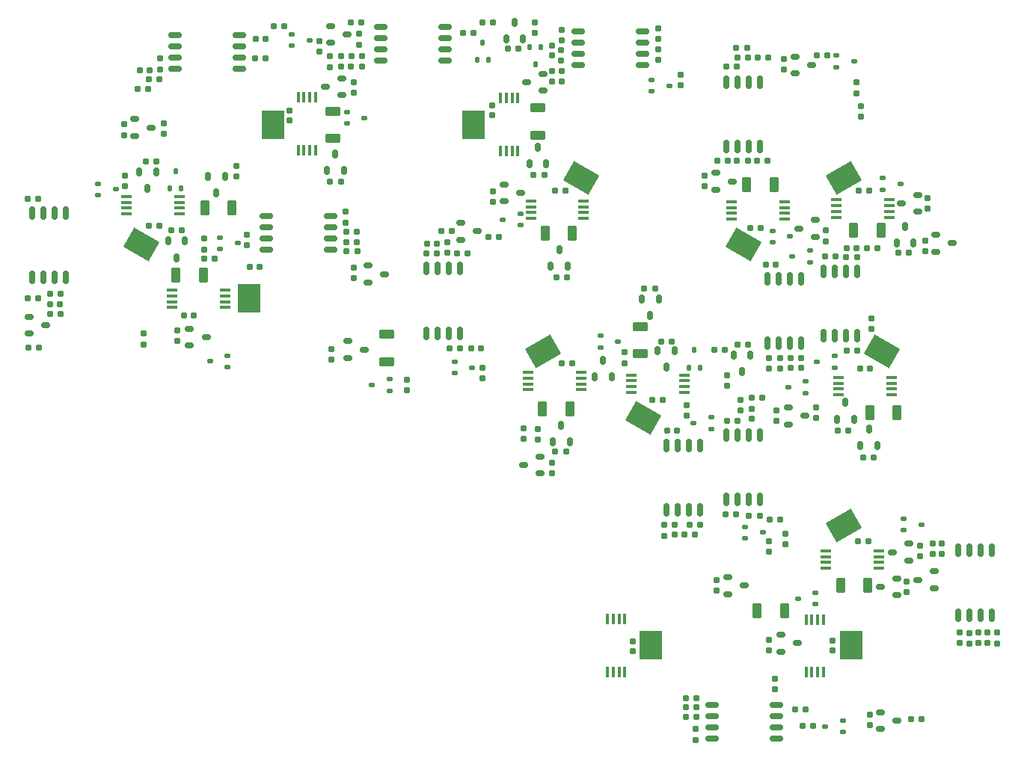
<source format=gtp>
%TF.GenerationSoftware,KiCad,Pcbnew,8.0.2*%
%TF.CreationDate,2024-05-22T08:13:53-07:00*%
%TF.ProjectId,cell string,63656c6c-2073-4747-9269-6e672e6b6963,rev?*%
%TF.SameCoordinates,Original*%
%TF.FileFunction,Paste,Top*%
%TF.FilePolarity,Positive*%
%FSLAX46Y46*%
G04 Gerber Fmt 4.6, Leading zero omitted, Abs format (unit mm)*
G04 Created by KiCad (PCBNEW 8.0.2) date 2024-05-22 08:13:53*
%MOMM*%
%LPD*%
G01*
G04 APERTURE LIST*
G04 Aperture macros list*
%AMRoundRect*
0 Rectangle with rounded corners*
0 $1 Rounding radius*
0 $2 $3 $4 $5 $6 $7 $8 $9 X,Y pos of 4 corners*
0 Add a 4 corners polygon primitive as box body*
4,1,4,$2,$3,$4,$5,$6,$7,$8,$9,$2,$3,0*
0 Add four circle primitives for the rounded corners*
1,1,$1+$1,$2,$3*
1,1,$1+$1,$4,$5*
1,1,$1+$1,$6,$7*
1,1,$1+$1,$8,$9*
0 Add four rect primitives between the rounded corners*
20,1,$1+$1,$2,$3,$4,$5,0*
20,1,$1+$1,$4,$5,$6,$7,0*
20,1,$1+$1,$6,$7,$8,$9,0*
20,1,$1+$1,$8,$9,$2,$3,0*%
%AMRotRect*
0 Rectangle, with rotation*
0 The origin of the aperture is its center*
0 $1 length*
0 $2 width*
0 $3 Rotation angle, in degrees counterclockwise*
0 Add horizontal line*
21,1,$1,$2,0,0,$3*%
G04 Aperture macros list end*
%ADD10RoundRect,0.160000X-0.197500X-0.160000X0.197500X-0.160000X0.197500X0.160000X-0.197500X0.160000X0*%
%ADD11RoundRect,0.150000X-0.350000X-0.150000X0.350000X-0.150000X0.350000X0.150000X-0.350000X0.150000X0*%
%ADD12RoundRect,0.160000X-0.160000X0.197500X-0.160000X-0.197500X0.160000X-0.197500X0.160000X0.197500X0*%
%ADD13RoundRect,0.160000X0.197500X0.160000X-0.197500X0.160000X-0.197500X-0.160000X0.197500X-0.160000X0*%
%ADD14RoundRect,0.192308X-0.682692X0.307692X-0.682692X-0.307692X0.682692X-0.307692X0.682692X0.307692X0*%
%ADD15RoundRect,0.112500X-0.237500X0.112500X-0.237500X-0.112500X0.237500X-0.112500X0.237500X0.112500X0*%
%ADD16RoundRect,0.155000X-0.212500X-0.155000X0.212500X-0.155000X0.212500X0.155000X-0.212500X0.155000X0*%
%ADD17RoundRect,0.150000X0.350000X0.150000X-0.350000X0.150000X-0.350000X-0.150000X0.350000X-0.150000X0*%
%ADD18RoundRect,0.160000X0.160000X-0.197500X0.160000X0.197500X-0.160000X0.197500X-0.160000X-0.197500X0*%
%ADD19R,2.500000X3.300000*%
%ADD20RoundRect,0.150000X0.150000X-0.350000X0.150000X0.350000X-0.150000X0.350000X-0.150000X-0.350000X0*%
%ADD21RoundRect,0.192308X0.307692X0.682692X-0.307692X0.682692X-0.307692X-0.682692X0.307692X-0.682692X0*%
%ADD22RoundRect,0.112500X0.237500X-0.112500X0.237500X0.112500X-0.237500X0.112500X-0.237500X-0.112500X0*%
%ADD23RoundRect,0.150000X-0.150000X0.350000X-0.150000X-0.350000X0.150000X-0.350000X0.150000X0.350000X0*%
%ADD24RoundRect,0.192308X-0.307692X-0.682692X0.307692X-0.682692X0.307692X0.682692X-0.307692X0.682692X0*%
%ADD25RotRect,2.500000X3.300000X60.000000*%
%ADD26RoundRect,0.155000X-0.155000X0.212500X-0.155000X-0.212500X0.155000X-0.212500X0.155000X0.212500X0*%
%ADD27RoundRect,0.155000X0.212500X0.155000X-0.212500X0.155000X-0.212500X-0.155000X0.212500X-0.155000X0*%
%ADD28RoundRect,0.162500X0.162500X-0.587500X0.162500X0.587500X-0.162500X0.587500X-0.162500X-0.587500X0*%
%ADD29RoundRect,0.093750X0.531250X0.093750X-0.531250X0.093750X-0.531250X-0.093750X0.531250X-0.093750X0*%
%ADD30RoundRect,0.093750X-0.093750X0.531250X-0.093750X-0.531250X0.093750X-0.531250X0.093750X0.531250X0*%
%ADD31RoundRect,0.162500X-0.587500X-0.162500X0.587500X-0.162500X0.587500X0.162500X-0.587500X0.162500X0*%
%ADD32RoundRect,0.155000X0.155000X-0.212500X0.155000X0.212500X-0.155000X0.212500X-0.155000X-0.212500X0*%
%ADD33RotRect,2.500000X3.300000X300.000000*%
%ADD34RoundRect,0.192308X0.682692X-0.307692X0.682692X0.307692X-0.682692X0.307692X-0.682692X-0.307692X0*%
%ADD35RoundRect,0.112500X-0.112500X-0.237500X0.112500X-0.237500X0.112500X0.237500X-0.112500X0.237500X0*%
%ADD36RoundRect,0.162500X-0.162500X0.587500X-0.162500X-0.587500X0.162500X-0.587500X0.162500X0.587500X0*%
%ADD37RoundRect,0.093750X-0.531250X-0.093750X0.531250X-0.093750X0.531250X0.093750X-0.531250X0.093750X0*%
%ADD38RoundRect,0.093750X0.093750X-0.531250X0.093750X0.531250X-0.093750X0.531250X-0.093750X-0.531250X0*%
%ADD39RotRect,2.500000X3.300000X240.000000*%
%ADD40RoundRect,0.112500X0.112500X0.237500X-0.112500X0.237500X-0.112500X-0.237500X0.112500X-0.237500X0*%
%ADD41RoundRect,0.162500X0.587500X0.162500X-0.587500X0.162500X-0.587500X-0.162500X0.587500X-0.162500X0*%
G04 APERTURE END LIST*
D10*
%TO.C,R89*%
X94452498Y-156230002D03*
X95647498Y-156230002D03*
%TD*%
D11*
%TO.C,Q15*%
X60862500Y-162150000D03*
X60862500Y-164050000D03*
X62737500Y-163100000D03*
%TD*%
D12*
%TO.C,R78*%
X126550000Y-145942500D03*
X126550000Y-147137500D03*
%TD*%
D13*
%TO.C,R32*%
X62447500Y-126050000D03*
X61252500Y-126050000D03*
%TD*%
D10*
%TO.C,R37*%
X60102500Y-129900000D03*
X61297500Y-129900000D03*
%TD*%
D14*
%TO.C,R30*%
X65275000Y-161350000D03*
X65275000Y-164450000D03*
%TD*%
D15*
%TO.C,Q34*%
X121440000Y-143700000D03*
X121440000Y-145000000D03*
X123440000Y-144350000D03*
%TD*%
D16*
%TO.C,C27*%
X108222500Y-153480000D03*
X109357500Y-153480000D03*
%TD*%
D13*
%TO.C,R105*%
X107507500Y-181890000D03*
X106312500Y-181890000D03*
%TD*%
D11*
%TO.C,Q3*%
X42972500Y-160760000D03*
X42972500Y-162660000D03*
X44847500Y-161710000D03*
%TD*%
D17*
%TO.C,Q33*%
X113778750Y-150330000D03*
X113778750Y-148430000D03*
X111903750Y-149380000D03*
%TD*%
D18*
%TO.C,R62*%
X110268750Y-131357500D03*
X110268750Y-130162500D03*
%TD*%
D19*
%TO.C,BT13*%
X95150000Y-196600000D03*
%TD*%
D20*
%TO.C,Q30*%
X81450000Y-142087500D03*
X83350000Y-142087500D03*
X82400000Y-140212500D03*
%TD*%
D21*
%TO.C,R80*%
X121220000Y-149590000D03*
X118120000Y-149590000D03*
%TD*%
D12*
%TO.C,R13*%
X40050000Y-137502500D03*
X40050000Y-138697500D03*
%TD*%
D13*
%TO.C,R26*%
X61957500Y-151980000D03*
X60762500Y-151980000D03*
%TD*%
D16*
%TO.C,C21*%
X118732500Y-145110000D03*
X119867500Y-145110000D03*
%TD*%
D22*
%TO.C,Q59*%
X113850000Y-191960000D03*
X113850000Y-190660000D03*
X111850000Y-191310000D03*
%TD*%
D18*
%TO.C,R113*%
X110440000Y-185157500D03*
X110440000Y-183962500D03*
%TD*%
D20*
%TO.C,Q53*%
X116270000Y-170967500D03*
X118170000Y-170967500D03*
X117220000Y-169092500D03*
%TD*%
D10*
%TO.C,R97*%
X99022500Y-184070000D03*
X100217500Y-184070000D03*
%TD*%
D23*
%TO.C,Q10*%
X46980000Y-143492500D03*
X45080000Y-143492500D03*
X46030000Y-145367500D03*
%TD*%
D24*
%TO.C,R50*%
X83220000Y-149920000D03*
X86320000Y-149920000D03*
%TD*%
D13*
%TO.C,R45*%
X73627500Y-162950000D03*
X72432500Y-162950000D03*
%TD*%
D18*
%TO.C,R104*%
X108600000Y-186027500D03*
X108600000Y-184832500D03*
%TD*%
D16*
%TO.C,C3*%
X38402500Y-149070000D03*
X39537500Y-149070000D03*
%TD*%
D25*
%TO.C,BT8*%
X105650000Y-151217822D03*
%TD*%
D10*
%TO.C,R123*%
X99142500Y-202560000D03*
X100337500Y-202560000D03*
%TD*%
D13*
%TO.C,R77*%
X118507500Y-152600000D03*
X117312500Y-152600000D03*
%TD*%
D16*
%TO.C,C30*%
X97012500Y-172250000D03*
X98147500Y-172250000D03*
%TD*%
D12*
%TO.C,R55*%
X96069884Y-129089533D03*
X96069884Y-130284533D03*
%TD*%
D10*
%TO.C,R88*%
X96342500Y-162170000D03*
X97537500Y-162170000D03*
%TD*%
D12*
%TO.C,R111*%
X134370000Y-195172500D03*
X134370000Y-196367500D03*
%TD*%
D13*
%TO.C,R67*%
X106067500Y-128890000D03*
X104872500Y-128890000D03*
%TD*%
%TO.C,R74*%
X104857500Y-181760000D03*
X103662500Y-181760000D03*
%TD*%
%TO.C,R66*%
X108477500Y-129990000D03*
X107282500Y-129990000D03*
%TD*%
D18*
%TO.C,R21*%
X60680000Y-148697500D03*
X60680000Y-147502500D03*
%TD*%
D12*
%TO.C,R118*%
X125620000Y-185342500D03*
X125620000Y-186537500D03*
%TD*%
D15*
%TO.C,Q12*%
X46430000Y-150400000D03*
X46430000Y-151700000D03*
X48430000Y-151050000D03*
%TD*%
D26*
%TO.C,C35*%
X132250000Y-195162500D03*
X132250000Y-196297500D03*
%TD*%
D16*
%TO.C,C11*%
X60122500Y-131060000D03*
X61257500Y-131060000D03*
%TD*%
D20*
%TO.C,Q25*%
X83870000Y-153637500D03*
X85770000Y-153637500D03*
X84820000Y-151762500D03*
%TD*%
D26*
%TO.C,C29*%
X97870000Y-182902500D03*
X97870000Y-184037500D03*
%TD*%
D18*
%TO.C,R96*%
X96710000Y-184177500D03*
X96710000Y-182982500D03*
%TD*%
D27*
%TO.C,C28*%
X96507500Y-168800000D03*
X95372500Y-168800000D03*
%TD*%
D13*
%TO.C,R84*%
X103887500Y-141740000D03*
X102692500Y-141740000D03*
%TD*%
D28*
%TO.C,U1*%
X25190000Y-154941250D03*
X26460000Y-154941250D03*
X27730000Y-154941250D03*
X29000000Y-154941250D03*
X29000000Y-147641250D03*
X27730000Y-147641250D03*
X26460000Y-147641250D03*
X25190000Y-147641250D03*
%TD*%
D12*
%TO.C,R38*%
X61600000Y-132802500D03*
X61600000Y-133997500D03*
%TD*%
D13*
%TO.C,R53*%
X77297500Y-126050000D03*
X76102500Y-126050000D03*
%TD*%
D16*
%TO.C,C4*%
X50482500Y-127950000D03*
X51617500Y-127950000D03*
%TD*%
D10*
%TO.C,R18*%
X37992500Y-141780000D03*
X39187500Y-141780000D03*
%TD*%
D22*
%TO.C,Q39*%
X115990000Y-165130000D03*
X115990000Y-163830000D03*
X113990000Y-164480000D03*
%TD*%
D20*
%TO.C,Q55*%
X118930000Y-173998750D03*
X120830000Y-173998750D03*
X119880000Y-172123750D03*
%TD*%
D29*
%TO.C,U2*%
X41847000Y-147732500D03*
X41847000Y-147082500D03*
X41847000Y-146432500D03*
X41847000Y-145782500D03*
X35847000Y-145782500D03*
X35847000Y-146432500D03*
X35847000Y-147082500D03*
X35847000Y-147732500D03*
%TD*%
D18*
%TO.C,R116*%
X131270000Y-196407500D03*
X131270000Y-195212500D03*
%TD*%
D16*
%TO.C,C24*%
X118882500Y-165270000D03*
X120017500Y-165270000D03*
%TD*%
D11*
%TO.C,Q36*%
X127412500Y-150110000D03*
X127412500Y-152010000D03*
X129287500Y-151060000D03*
%TD*%
D13*
%TO.C,R76*%
X120847500Y-151600000D03*
X119652500Y-151600000D03*
%TD*%
D24*
%TO.C,R70*%
X106040000Y-144400000D03*
X109140000Y-144400000D03*
%TD*%
D10*
%TO.C,R114*%
X112392500Y-205680000D03*
X113587500Y-205680000D03*
%TD*%
D12*
%TO.C,R31*%
X62460000Y-129872500D03*
X62460000Y-131067500D03*
%TD*%
D10*
%TO.C,R43*%
X76792500Y-150360000D03*
X77987500Y-150360000D03*
%TD*%
D22*
%TO.C,Q37*%
X112750000Y-168030000D03*
X112750000Y-166730000D03*
X110750000Y-167380000D03*
%TD*%
D12*
%TO.C,R94*%
X99240000Y-169362500D03*
X99240000Y-170557500D03*
%TD*%
D30*
%TO.C,U26*%
X92255000Y-193650000D03*
X91605000Y-193650000D03*
X90955000Y-193650000D03*
X90305000Y-193650000D03*
X90305000Y-199650000D03*
X90955000Y-199650000D03*
X91605000Y-199650000D03*
X92255000Y-199650000D03*
%TD*%
D16*
%TO.C,C5*%
X37332500Y-131430000D03*
X38467500Y-131430000D03*
%TD*%
D29*
%TO.C,U14*%
X122150000Y-148105000D03*
X122150000Y-147455000D03*
X122150000Y-146805000D03*
X122150000Y-146155000D03*
X116150000Y-146155000D03*
X116150000Y-146805000D03*
X116150000Y-147455000D03*
X116150000Y-148105000D03*
%TD*%
D13*
%TO.C,R61*%
X104927500Y-131060000D03*
X103732500Y-131060000D03*
%TD*%
D15*
%TO.C,Q7*%
X54550000Y-127400000D03*
X54550000Y-128700000D03*
X56550000Y-128050000D03*
%TD*%
D16*
%TO.C,C8*%
X60732500Y-150900000D03*
X61867500Y-150900000D03*
%TD*%
D13*
%TO.C,R59*%
X83117500Y-143320000D03*
X81922500Y-143320000D03*
%TD*%
%TO.C,R49*%
X85687500Y-154880000D03*
X84492500Y-154880000D03*
%TD*%
D31*
%TO.C,U25*%
X102130000Y-203375000D03*
X102130000Y-204645000D03*
X102130000Y-205915000D03*
X102130000Y-207185000D03*
X109430000Y-207185000D03*
X109430000Y-205915000D03*
X109430000Y-204645000D03*
X109430000Y-203375000D03*
%TD*%
D15*
%TO.C,Q22*%
X72980000Y-164490000D03*
X72980000Y-165790000D03*
X74980000Y-165140000D03*
%TD*%
D11*
%TO.C,Q51*%
X110732500Y-169670000D03*
X110732500Y-171570000D03*
X112607500Y-170620000D03*
%TD*%
D32*
%TO.C,C32*%
X106620000Y-170917500D03*
X106620000Y-169782500D03*
%TD*%
D31*
%TO.C,U11*%
X86929884Y-127032033D03*
X86929884Y-128302033D03*
X86929884Y-129572033D03*
X86929884Y-130842033D03*
X94229884Y-130842033D03*
X94229884Y-129572033D03*
X94229884Y-128302033D03*
X94229884Y-127032033D03*
%TD*%
D18*
%TO.C,R69*%
X101238750Y-144607500D03*
X101238750Y-143412500D03*
%TD*%
D24*
%TO.C,R10*%
X41425000Y-154650000D03*
X44525000Y-154650000D03*
%TD*%
D33*
%TO.C,BT11*%
X117000000Y-183002178D03*
%TD*%
D22*
%TO.C,Q57*%
X116900000Y-206420000D03*
X116900000Y-205120000D03*
X114900000Y-205770000D03*
%TD*%
D15*
%TO.C,Q32*%
X116200001Y-129800000D03*
X116200000Y-131100001D03*
X118200000Y-130450000D03*
%TD*%
D18*
%TO.C,R14*%
X57650000Y-129357500D03*
X57650000Y-128162500D03*
%TD*%
D12*
%TO.C,R35*%
X58890000Y-129892500D03*
X58890000Y-131087500D03*
%TD*%
D10*
%TO.C,R63*%
X113982500Y-129790000D03*
X115177500Y-129790000D03*
%TD*%
D22*
%TO.C,Q47*%
X102000000Y-172080000D03*
X102000000Y-170780000D03*
X100000000Y-171430000D03*
%TD*%
D13*
%TO.C,R75*%
X118547500Y-163180000D03*
X117352500Y-163180000D03*
%TD*%
D33*
%TO.C,BT9*%
X117000000Y-143682178D03*
%TD*%
D34*
%TO.C,R40*%
X59200000Y-139200000D03*
X59200000Y-136100000D03*
%TD*%
D12*
%TO.C,R68*%
X115010000Y-149622500D03*
X115010000Y-150817500D03*
%TD*%
D18*
%TO.C,R44*%
X76140000Y-166357500D03*
X76140000Y-165162500D03*
%TD*%
D20*
%TO.C,Q40*%
X123000000Y-151007500D03*
X124900000Y-151007500D03*
X123950000Y-149132500D03*
%TD*%
D16*
%TO.C,C2*%
X27177500Y-157941250D03*
X28312500Y-157941250D03*
%TD*%
D33*
%TO.C,BT6*%
X82950000Y-163342178D03*
%TD*%
D23*
%TO.C,Q8*%
X39190000Y-142962500D03*
X37290000Y-142962500D03*
X38240000Y-144837500D03*
%TD*%
D11*
%TO.C,Q1*%
X24782500Y-159410000D03*
X24782500Y-161310000D03*
X26657500Y-160360000D03*
%TD*%
D12*
%TO.C,R92*%
X84000000Y-175902502D03*
X84000000Y-177097502D03*
%TD*%
%TO.C,R23*%
X100290000Y-206092500D03*
X100290000Y-207287500D03*
%TD*%
D35*
%TO.C,Q17*%
X75500000Y-130310000D03*
X76800000Y-130310000D03*
X76150000Y-128310000D03*
%TD*%
D15*
%TO.C,Q27*%
X95300000Y-132570000D03*
X95300000Y-133870000D03*
X97300000Y-133220000D03*
%TD*%
D21*
%TO.C,R100*%
X86040000Y-169790000D03*
X82940000Y-169790000D03*
%TD*%
D18*
%TO.C,R107*%
X105310000Y-169977500D03*
X105310000Y-168782500D03*
%TD*%
D15*
%TO.C,Q52*%
X105850000Y-183180000D03*
X105850000Y-184480000D03*
X107850000Y-183830000D03*
%TD*%
D19*
%TO.C,BT12*%
X117850000Y-196600000D03*
%TD*%
D21*
%TO.C,R20*%
X47800000Y-147070000D03*
X44700000Y-147070000D03*
%TD*%
D13*
%TO.C,R71*%
X116087500Y-152580000D03*
X114892500Y-152580000D03*
%TD*%
D26*
%TO.C,C12*%
X77250000Y-135442500D03*
X77250000Y-136577500D03*
%TD*%
D13*
%TO.C,R108*%
X117537500Y-172250000D03*
X116342500Y-172250000D03*
%TD*%
%TO.C,R101*%
X105027500Y-171150000D03*
X103832500Y-171150000D03*
%TD*%
D18*
%TO.C,R102*%
X109370000Y-171157500D03*
X109370000Y-169962500D03*
%TD*%
D11*
%TO.C,Q6*%
X36782500Y-137010000D03*
X36782500Y-138910000D03*
X38657500Y-137960000D03*
%TD*%
D13*
%TO.C,R33*%
X53727500Y-126440000D03*
X52532500Y-126440000D03*
%TD*%
D10*
%TO.C,R91*%
X99602500Y-182950000D03*
X100797500Y-182950000D03*
%TD*%
D25*
%TO.C,BT7*%
X94300000Y-170877822D03*
%TD*%
D23*
%TO.C,Q5*%
X42450000Y-150802500D03*
X40550000Y-150802500D03*
X41500000Y-152677500D03*
%TD*%
D16*
%TO.C,C10*%
X73952500Y-127250000D03*
X75087500Y-127250000D03*
%TD*%
D18*
%TO.C,R12*%
X35600000Y-138797500D03*
X35600000Y-137602500D03*
%TD*%
D13*
%TO.C,R2*%
X25901250Y-162841250D03*
X24706250Y-162841250D03*
%TD*%
D18*
%TO.C,R103*%
X113930000Y-170807500D03*
X113930000Y-169612500D03*
%TD*%
D16*
%TO.C,C19*%
X107232500Y-141750000D03*
X108367500Y-141750000D03*
%TD*%
D10*
%TO.C,R87*%
X111012500Y-165170000D03*
X112207500Y-165170000D03*
%TD*%
D16*
%TO.C,C9*%
X42322500Y-159220000D03*
X43457500Y-159220000D03*
%TD*%
D18*
%TO.C,R98*%
X92190000Y-164617500D03*
X92190000Y-163422500D03*
%TD*%
D29*
%TO.C,U10*%
X87330000Y-167635000D03*
X87330000Y-166985000D03*
X87330000Y-166335000D03*
X87330000Y-165685000D03*
X81330000Y-165685000D03*
X81330000Y-166335000D03*
X81330000Y-166985000D03*
X81330000Y-167635000D03*
%TD*%
D36*
%TO.C,U21*%
X107525000Y-172770000D03*
X106255000Y-172770000D03*
X104985000Y-172770000D03*
X103715000Y-172770000D03*
X103715000Y-180070000D03*
X104985000Y-180070000D03*
X106255000Y-180070000D03*
X107525000Y-180070000D03*
%TD*%
D11*
%TO.C,Q16*%
X58932500Y-126440000D03*
X58932500Y-128340000D03*
X60807500Y-127390000D03*
%TD*%
D18*
%TO.C,R47*%
X72120000Y-152127500D03*
X72120000Y-150932500D03*
%TD*%
D17*
%TO.C,Q28*%
X82967500Y-133790000D03*
X82967500Y-131890000D03*
X81092500Y-132840000D03*
%TD*%
D18*
%TO.C,R126*%
X102630000Y-190417500D03*
X102630000Y-189222500D03*
%TD*%
D37*
%TO.C,U12*%
X81600000Y-146285000D03*
X81600000Y-146935000D03*
X81600000Y-147585000D03*
X81600000Y-148235000D03*
X87600000Y-148235000D03*
X87600000Y-147585000D03*
X87600000Y-146935000D03*
X87600000Y-146285000D03*
%TD*%
D19*
%TO.C,BT3*%
X52400000Y-137620000D03*
%TD*%
D17*
%TO.C,Q58*%
X124397500Y-186990000D03*
X124397500Y-185090000D03*
X122522500Y-186040000D03*
%TD*%
D10*
%TO.C,R121*%
X124662500Y-204990000D03*
X125857500Y-204990000D03*
%TD*%
D26*
%TO.C,C6*%
X54320000Y-136012500D03*
X54320000Y-137147500D03*
%TD*%
D36*
%TO.C,U9*%
X73575000Y-153930000D03*
X72305000Y-153930000D03*
X71035000Y-153930000D03*
X69765000Y-153930000D03*
X69765000Y-161230000D03*
X71035000Y-161230000D03*
X72305000Y-161230000D03*
X73575000Y-161230000D03*
%TD*%
D17*
%TO.C,Q18*%
X60237500Y-134300000D03*
X60237500Y-132400000D03*
X58362500Y-133350000D03*
%TD*%
D20*
%TO.C,Q48*%
X88850000Y-166187500D03*
X90750000Y-166187500D03*
X89800000Y-164312500D03*
%TD*%
D10*
%TO.C,R24*%
X44632500Y-152810000D03*
X45827500Y-152810000D03*
%TD*%
D13*
%TO.C,R124*%
X100337500Y-203620000D03*
X99142500Y-203620000D03*
%TD*%
D27*
%TO.C,C14*%
X70997500Y-151120000D03*
X69862500Y-151120000D03*
%TD*%
D18*
%TO.C,R73*%
X118950000Y-136747500D03*
X118950000Y-135552500D03*
%TD*%
D11*
%TO.C,Q23*%
X78552500Y-144380000D03*
X78552500Y-146280000D03*
X80427500Y-145330000D03*
%TD*%
D18*
%TO.C,R93*%
X80790000Y-173187500D03*
X80790000Y-171992500D03*
%TD*%
%TO.C,R72*%
X126260000Y-151977500D03*
X126260000Y-150782500D03*
%TD*%
D12*
%TO.C,R58*%
X84000000Y-131572500D03*
X84000000Y-132767500D03*
%TD*%
D20*
%TO.C,Q50*%
X84100000Y-173528750D03*
X86000000Y-173528750D03*
X85050000Y-171653750D03*
%TD*%
D38*
%TO.C,U8*%
X78195000Y-140590000D03*
X78845000Y-140590000D03*
X79495000Y-140590000D03*
X80145000Y-140590000D03*
X80145000Y-134590000D03*
X79495000Y-134590000D03*
X78845000Y-134590000D03*
X78195000Y-134590000D03*
%TD*%
D18*
%TO.C,R112*%
X130140000Y-196347500D03*
X130140000Y-195152500D03*
%TD*%
D11*
%TO.C,Q31*%
X111491250Y-129940000D03*
X111491250Y-131840000D03*
X113366250Y-130890000D03*
%TD*%
D10*
%TO.C,R7*%
X27177500Y-159061250D03*
X28372500Y-159061250D03*
%TD*%
D18*
%TO.C,R28*%
X119970000Y-205647500D03*
X119970000Y-204452500D03*
%TD*%
D10*
%TO.C,R6*%
X24642500Y-157251250D03*
X25837500Y-157251250D03*
%TD*%
D12*
%TO.C,R19*%
X48290000Y-142332500D03*
X48290000Y-143527500D03*
%TD*%
D18*
%TO.C,R115*%
X127060000Y-186227500D03*
X127060000Y-185032500D03*
%TD*%
D32*
%TO.C,C34*%
X128120000Y-186217500D03*
X128120000Y-185082500D03*
%TD*%
D34*
%TO.C,R60*%
X82430000Y-138810000D03*
X82430000Y-135710000D03*
%TD*%
D18*
%TO.C,R51*%
X85130000Y-132747500D03*
X85130000Y-131552500D03*
%TD*%
D27*
%TO.C,C20*%
X106147500Y-130030000D03*
X105012500Y-130030000D03*
%TD*%
D36*
%TO.C,U15*%
X118565000Y-154260000D03*
X117295000Y-154260000D03*
X116025000Y-154260000D03*
X114755000Y-154260000D03*
X114755000Y-161560000D03*
X116025000Y-161560000D03*
X117295000Y-161560000D03*
X118565000Y-161560000D03*
%TD*%
D27*
%TO.C,C25*%
X107587500Y-149330000D03*
X106452500Y-149330000D03*
%TD*%
D17*
%TO.C,Q60*%
X123047500Y-190920000D03*
X123047500Y-189020000D03*
X121172500Y-189970000D03*
%TD*%
D12*
%TO.C,R57*%
X85030000Y-129212500D03*
X85030000Y-130407500D03*
%TD*%
D24*
%TO.C,R127*%
X107210000Y-192700000D03*
X110310000Y-192700000D03*
%TD*%
D19*
%TO.C,BT4*%
X75100000Y-137620000D03*
%TD*%
D13*
%TO.C,R34*%
X80167500Y-129000000D03*
X78972500Y-129000000D03*
%TD*%
%TO.C,R109*%
X120427500Y-175290000D03*
X119232500Y-175290000D03*
%TD*%
D12*
%TO.C,R119*%
X124170000Y-189372500D03*
X124170000Y-190567500D03*
%TD*%
D39*
%TO.C,BT5*%
X87300000Y-143682178D03*
%TD*%
D23*
%TO.C,Q41*%
X106440001Y-163682499D03*
X104540001Y-163682499D03*
X105490001Y-165557499D03*
%TD*%
D25*
%TO.C,BT2*%
X37550000Y-151217822D03*
%TD*%
D17*
%TO.C,Q56*%
X127297500Y-190120000D03*
X127297500Y-188220000D03*
X125422500Y-189170000D03*
%TD*%
D16*
%TO.C,C13*%
X74832500Y-163000000D03*
X75967500Y-163000000D03*
%TD*%
D28*
%TO.C,U19*%
X96945000Y-181230000D03*
X98215000Y-181230000D03*
X99485000Y-181230000D03*
X100755000Y-181230000D03*
X100755000Y-173930000D03*
X99485000Y-173930000D03*
X98215000Y-173930000D03*
X96945000Y-173930000D03*
%TD*%
D29*
%TO.C,U22*%
X121000000Y-187845000D03*
X121000000Y-187195000D03*
X121000000Y-186545000D03*
X121000000Y-185895000D03*
X115000000Y-185895000D03*
X115000000Y-186545000D03*
X115000000Y-187195000D03*
X115000000Y-187845000D03*
%TD*%
D31*
%TO.C,U7*%
X64620000Y-126535000D03*
X64620000Y-127805000D03*
X64620000Y-129075000D03*
X64620000Y-130345000D03*
X71920000Y-130345000D03*
X71920000Y-129075000D03*
X71920000Y-127805000D03*
X71920000Y-126535000D03*
%TD*%
D10*
%TO.C,R17*%
X38332500Y-132510000D03*
X39527500Y-132510000D03*
%TD*%
D24*
%TO.C,R110*%
X119950000Y-170270000D03*
X123050000Y-170270000D03*
%TD*%
D12*
%TO.C,R83*%
X103830000Y-166032500D03*
X103830000Y-167227500D03*
%TD*%
D15*
%TO.C,Q2*%
X32640000Y-144320000D03*
X32640000Y-145620000D03*
X34640000Y-144970000D03*
%TD*%
D37*
%TO.C,U20*%
X92983000Y-165987500D03*
X92983000Y-166637500D03*
X92983000Y-167287500D03*
X92983000Y-167937500D03*
X98983000Y-167937500D03*
X98983000Y-167287500D03*
X98983000Y-166637500D03*
X98983000Y-165987500D03*
%TD*%
D12*
%TO.C,R5*%
X44600000Y-150552500D03*
X44600000Y-151747500D03*
%TD*%
D29*
%TO.C,U6*%
X47025000Y-158325000D03*
X47025000Y-157675000D03*
X47025000Y-157025000D03*
X47025000Y-156375000D03*
X41025000Y-156375000D03*
X41025000Y-157025000D03*
X41025000Y-157675000D03*
X41025000Y-158325000D03*
%TD*%
D17*
%TO.C,Q38*%
X125447500Y-147470000D03*
X125447500Y-145570000D03*
X123572500Y-146520000D03*
%TD*%
D16*
%TO.C,C15*%
X85142500Y-164630000D03*
X86277500Y-164630000D03*
%TD*%
D12*
%TO.C,R36*%
X62160000Y-127352500D03*
X62160000Y-128547500D03*
%TD*%
D35*
%TO.C,Q49*%
X99480000Y-165129999D03*
X100780001Y-165130000D03*
X100130000Y-163130000D03*
%TD*%
D18*
%TO.C,R25*%
X49475000Y-151247500D03*
X49475000Y-150052500D03*
%TD*%
D27*
%TO.C,C23*%
X118487500Y-151590000D03*
X117352500Y-151590000D03*
%TD*%
D31*
%TO.C,U3*%
X41300000Y-127465000D03*
X41300000Y-128735000D03*
X41300000Y-130005000D03*
X41300000Y-131275000D03*
X48600000Y-131275000D03*
X48600000Y-130005000D03*
X48600000Y-128735000D03*
X48600000Y-127465000D03*
%TD*%
D15*
%TO.C,Q54*%
X123810000Y-182260000D03*
X123810000Y-183560000D03*
X125810000Y-182910000D03*
%TD*%
D13*
%TO.C,R39*%
X60087500Y-144060000D03*
X58892500Y-144060000D03*
%TD*%
D21*
%TO.C,R120*%
X119760000Y-189770000D03*
X116660000Y-189770000D03*
%TD*%
D40*
%TO.C,Q19*%
X82770000Y-128810000D03*
X81470000Y-128810000D03*
X82120000Y-130810000D03*
%TD*%
D30*
%TO.C,U24*%
X114715000Y-193660000D03*
X114065000Y-193660000D03*
X113415000Y-193660000D03*
X112765000Y-193660000D03*
X112765000Y-199660000D03*
X113415000Y-199660000D03*
X114065000Y-199660000D03*
X114715000Y-199660000D03*
%TD*%
D27*
%TO.C,C18*%
X85497500Y-145120000D03*
X84362500Y-145120000D03*
%TD*%
D16*
%TO.C,C1*%
X24676250Y-146051250D03*
X25811250Y-146051250D03*
%TD*%
D18*
%TO.C,R8*%
X41620000Y-162107500D03*
X41620000Y-160912500D03*
%TD*%
D16*
%TO.C,C33*%
X118642500Y-184780000D03*
X119777500Y-184780000D03*
%TD*%
D27*
%TO.C,C7*%
X50942500Y-153725000D03*
X49807500Y-153725000D03*
%TD*%
D18*
%TO.C,R48*%
X77350000Y-146357500D03*
X77350000Y-145162500D03*
%TD*%
D28*
%TO.C,U17*%
X108415000Y-162400000D03*
X109685000Y-162400000D03*
X110955000Y-162400000D03*
X112225000Y-162400000D03*
X112225000Y-155100000D03*
X110955000Y-155100000D03*
X109685000Y-155100000D03*
X108415000Y-155100000D03*
%TD*%
D11*
%TO.C,Q21*%
X73652500Y-148760000D03*
X73652500Y-150660000D03*
X75527500Y-149710000D03*
%TD*%
D18*
%TO.C,R125*%
X108600000Y-197147500D03*
X108600000Y-195952500D03*
%TD*%
D12*
%TO.C,R11*%
X39600000Y-130152500D03*
X39600000Y-131347500D03*
%TD*%
D32*
%TO.C,C22*%
X120140000Y-160747500D03*
X120140000Y-159612500D03*
%TD*%
D26*
%TO.C,C17*%
X83969884Y-128639533D03*
X83969884Y-129774533D03*
%TD*%
D22*
%TO.C,Q29*%
X80429999Y-149030000D03*
X80430000Y-147729999D03*
X78430000Y-148380000D03*
%TD*%
D10*
%TO.C,R9*%
X40942500Y-149580000D03*
X42137500Y-149580000D03*
%TD*%
D18*
%TO.C,R3*%
X37800000Y-162497500D03*
X37800000Y-161302500D03*
%TD*%
D14*
%TO.C,R90*%
X94020000Y-160490000D03*
X94020000Y-163590000D03*
%TD*%
D13*
%TO.C,R106*%
X107797500Y-168560000D03*
X106602500Y-168560000D03*
%TD*%
D20*
%TO.C,Q26*%
X78840000Y-127907500D03*
X80740000Y-127907500D03*
X79790000Y-126032500D03*
%TD*%
D28*
%TO.C,U23*%
X129955000Y-193150000D03*
X131225000Y-193150000D03*
X132495000Y-193150000D03*
X133765000Y-193150000D03*
X133765000Y-185850000D03*
X132495000Y-185850000D03*
X131225000Y-185850000D03*
X129955000Y-185850000D03*
%TD*%
D18*
%TO.C,R22*%
X61610000Y-155017500D03*
X61610000Y-153822500D03*
%TD*%
D10*
%TO.C,R27*%
X60682500Y-149730000D03*
X61877500Y-149730000D03*
%TD*%
D19*
%TO.C,BT1*%
X49750000Y-157280000D03*
%TD*%
D18*
%TO.C,R131*%
X67575000Y-167722500D03*
X67575000Y-166527500D03*
%TD*%
D22*
%TO.C,Q42*%
X113200000Y-153200000D03*
X113200000Y-151900000D03*
X111200000Y-152550000D03*
%TD*%
D16*
%TO.C,C31*%
X108682500Y-182350000D03*
X109817500Y-182350000D03*
%TD*%
D11*
%TO.C,Q11*%
X63202500Y-153600000D03*
X63202500Y-155500000D03*
X65077500Y-154550000D03*
%TD*%
D32*
%TO.C,C37*%
X109270000Y-201547500D03*
X109270000Y-200412500D03*
%TD*%
D12*
%TO.C,R4*%
X35650000Y-143432500D03*
X35650000Y-144627500D03*
%TD*%
D18*
%TO.C,R95*%
X82430000Y-173267500D03*
X82430000Y-172072500D03*
%TD*%
D37*
%TO.C,U18*%
X104310000Y-146375000D03*
X104310000Y-147025000D03*
X104310000Y-147675000D03*
X104310000Y-148325000D03*
X110310000Y-148325000D03*
X110310000Y-147675000D03*
X110310000Y-147025000D03*
X110310000Y-146375000D03*
%TD*%
D10*
%TO.C,R1*%
X27177500Y-156811250D03*
X28372500Y-156811250D03*
%TD*%
D35*
%TO.C,Q4*%
X40750000Y-144859999D03*
X42050001Y-144860000D03*
X41400000Y-142860000D03*
%TD*%
D15*
%TO.C,Q9*%
X60790000Y-136200000D03*
X60790000Y-137500000D03*
X62790000Y-136850000D03*
%TD*%
D23*
%TO.C,Q43*%
X97870000Y-163232500D03*
X95970000Y-163232500D03*
X96920000Y-165107500D03*
%TD*%
D17*
%TO.C,Q46*%
X82658750Y-177120000D03*
X82658750Y-175220000D03*
X80783750Y-176170000D03*
%TD*%
D13*
%TO.C,R85*%
X103567500Y-163170000D03*
X102372500Y-163170000D03*
%TD*%
D12*
%TO.C,R54*%
X98570000Y-132002500D03*
X98570000Y-133197500D03*
%TD*%
D18*
%TO.C,R52*%
X82080000Y-127237500D03*
X82080000Y-126042500D03*
%TD*%
D38*
%TO.C,U4*%
X55275000Y-140520000D03*
X55925000Y-140520000D03*
X56575000Y-140520000D03*
X57225000Y-140520000D03*
X57225000Y-134520000D03*
X56575000Y-134520000D03*
X55925000Y-134520000D03*
X55275000Y-134520000D03*
%TD*%
D15*
%TO.C,Q44*%
X108970000Y-149630000D03*
X108970000Y-150930000D03*
X110970000Y-150280000D03*
%TD*%
D32*
%TO.C,C36*%
X115760000Y-197167500D03*
X115760000Y-196032500D03*
%TD*%
D18*
%TO.C,R64*%
X118440000Y-134057500D03*
X118440000Y-132862500D03*
%TD*%
D13*
%TO.C,R65*%
X106147500Y-141700000D03*
X104952500Y-141700000D03*
%TD*%
D22*
%TO.C,Q14*%
X47289999Y-165090000D03*
X47290000Y-163789999D03*
X45290000Y-164440000D03*
%TD*%
D32*
%TO.C,C16*%
X96019884Y-127894533D03*
X96019884Y-126759533D03*
%TD*%
D10*
%TO.C,R122*%
X111492500Y-203870000D03*
X112687500Y-203870000D03*
%TD*%
D36*
%TO.C,U13*%
X107525000Y-132800000D03*
X106255000Y-132800000D03*
X104985000Y-132800000D03*
X103715000Y-132800000D03*
X103715000Y-140100000D03*
X104985000Y-140100000D03*
X106255000Y-140100000D03*
X107525000Y-140100000D03*
%TD*%
D13*
%TO.C,R79*%
X124417500Y-152120000D03*
X123222500Y-152120000D03*
%TD*%
%TO.C,R42*%
X72637500Y-149630000D03*
X71442500Y-149630000D03*
%TD*%
D11*
%TO.C,Q62*%
X103882500Y-188890000D03*
X103882500Y-190790000D03*
X105757500Y-189840000D03*
%TD*%
D10*
%TO.C,R82*%
X104992500Y-162520000D03*
X106187500Y-162520000D03*
%TD*%
%TO.C,R16*%
X37112500Y-133560000D03*
X38307500Y-133560000D03*
%TD*%
D11*
%TO.C,Q13*%
X121202500Y-204190000D03*
X121202500Y-206090000D03*
X123077500Y-205140000D03*
%TD*%
D13*
%TO.C,R41*%
X70997500Y-152180000D03*
X69802500Y-152180000D03*
%TD*%
D39*
%TO.C,BT10*%
X121350000Y-163342178D03*
%TD*%
D13*
%TO.C,R99*%
X85577501Y-174670000D03*
X84382501Y-174670000D03*
%TD*%
D26*
%TO.C,C26*%
X109800000Y-164082500D03*
X109800000Y-165217500D03*
%TD*%
D11*
%TO.C,Q61*%
X109902500Y-195410000D03*
X109902500Y-197310000D03*
X111777500Y-196360000D03*
%TD*%
D18*
%TO.C,R29*%
X59050000Y-164247500D03*
X59050000Y-163052500D03*
%TD*%
D13*
%TO.C,R46*%
X74477500Y-152200000D03*
X73282500Y-152200000D03*
%TD*%
D32*
%TO.C,C39*%
X93160000Y-197277500D03*
X93160000Y-196142500D03*
%TD*%
D22*
%TO.C,Q66*%
X65600000Y-167750000D03*
X65600000Y-166450000D03*
X63600000Y-167100000D03*
%TD*%
D18*
%TO.C,R86*%
X108570000Y-165267500D03*
X108570000Y-164072500D03*
%TD*%
D41*
%TO.C,U5*%
X58950000Y-151815000D03*
X58950000Y-150545000D03*
X58950000Y-149275000D03*
X58950000Y-148005000D03*
X51650000Y-148005000D03*
X51650000Y-149275000D03*
X51650000Y-150545000D03*
X51650000Y-151815000D03*
%TD*%
D27*
%TO.C,C38*%
X100337500Y-204690000D03*
X99202500Y-204690000D03*
%TD*%
D13*
%TO.C,R15*%
X51597500Y-130100000D03*
X50402500Y-130100000D03*
%TD*%
D11*
%TO.C,Q35*%
X102571250Y-143100000D03*
X102571250Y-145000000D03*
X104446250Y-144050000D03*
%TD*%
D29*
%TO.C,U16*%
X122427000Y-168212500D03*
X122427000Y-167562500D03*
X122427000Y-166912500D03*
X122427000Y-166262500D03*
X116427000Y-166262500D03*
X116427000Y-166912500D03*
X116427000Y-167562500D03*
X116427000Y-168212500D03*
%TD*%
D23*
%TO.C,Q45*%
X96080000Y-157402500D03*
X94180000Y-157402500D03*
X95130000Y-159277500D03*
%TD*%
D20*
%TO.C,Q20*%
X58530000Y-142808750D03*
X60430000Y-142808750D03*
X59480000Y-140933750D03*
%TD*%
D15*
%TO.C,Q24*%
X89490000Y-161540000D03*
X89490000Y-162840000D03*
X91490000Y-162190000D03*
%TD*%
D10*
%TO.C,R81*%
X110992500Y-164070000D03*
X112187500Y-164070000D03*
%TD*%
D12*
%TO.C,R56*%
X85070000Y-126882500D03*
X85070000Y-128077500D03*
%TD*%
%TO.C,R117*%
X133250000Y-195132500D03*
X133250000Y-196327500D03*
%TD*%
M02*

</source>
